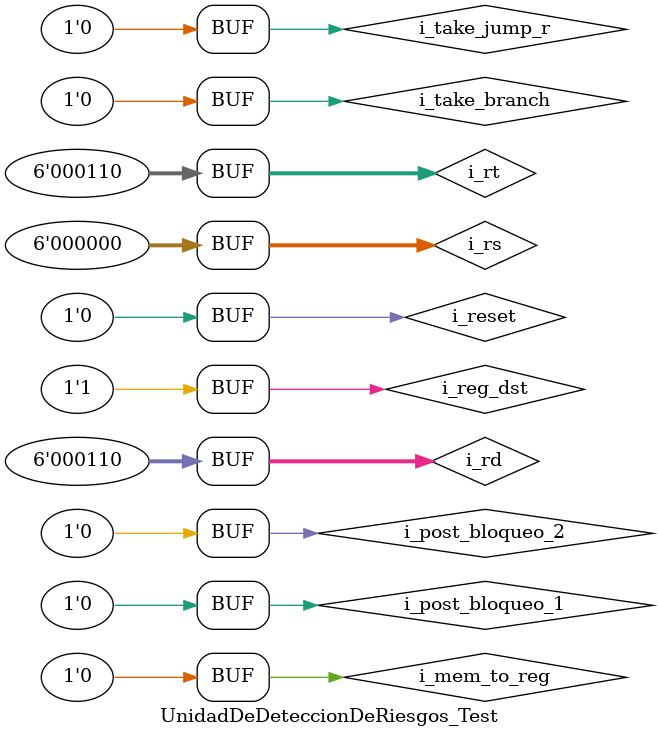
<source format=v>
`timescale 1ns / 1ps


module UnidadDeDeteccionDeRiesgos_Test();

    reg i_reset;
    reg i_take_jump_r;
    reg i_take_branch;
    reg i_mem_to_reg;
    reg i_reg_dst;
    reg [5:0] i_rs;
    reg [5:0] i_rt;
    reg [5:0] i_rd;
    reg i_post_bloqueo_1;
    reg i_post_bloqueo_2;
        
    wire o_bloqueo_pc;
    wire o_bloqueo_latch_ifid;
    wire o_bloqueo_latch_idex;
    wire o_reset_signals;
    wire o_reset_latch_exmem;
    wire o_post_bloqueo_1;
    wire o_post_bloqueo_2;
    
    UnidadDeDeteccionDeRiesgos U0(
        i_reset,
        i_take_jump_r,
        i_take_branch,
        i_mem_to_reg,
        i_reg_dst,
        i_rs,
        i_rt,
        i_rd,
        i_post_bloqueo_1,
        i_post_bloqueo_2,
 
        o_bloqueo_pc,
        o_bloqueo_latch_ifid,
        o_bloqueo_latch_idex,
        o_reset_signals,
        o_reset_latch_exmem,
        o_post_bloqueo_1,
        o_post_bloqueo_2
    );
    
    initial begin
        
        i_take_jump_r = 0;
        i_take_branch = 0;
        i_mem_to_reg = 0;
        i_reg_dst = 0;
        i_rs = 0;
        i_rt = 0;
        i_rd = 0;
        i_post_bloqueo_1 = 0;
        i_post_bloqueo_2 = 0;
        i_reset = 1;
        
        #5 
        i_reset = 0;
        
        #1
        i_take_jump_r = 1;
        
        #1
        i_post_bloqueo_1 = 1;
        
        #1
        i_take_jump_r = 0;
        i_post_bloqueo_1 = 0;
        
        #5
        i_rd = 6;
        i_rt = 6;
        
        #1
        i_mem_to_reg = 1;
        
        #1
        i_reg_dst = 1;
        
        #1
        i_post_bloqueo_2 = 1;
        
        #1
        i_post_bloqueo_2 = 0;
        i_mem_to_reg = 0;        
    end
    
   
endmodule

</source>
